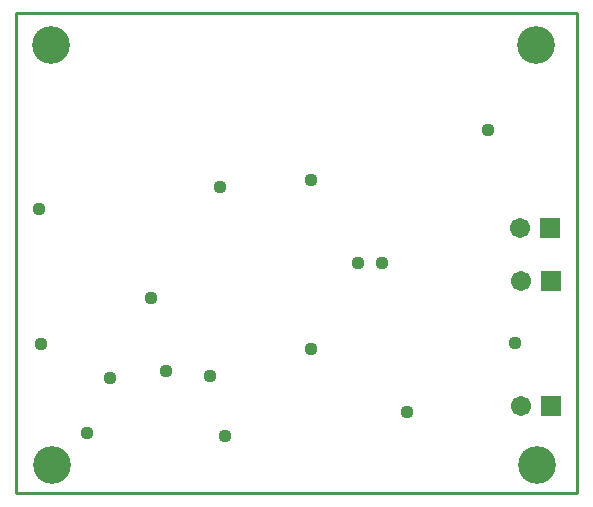
<source format=gbs>
G04 Layer_Color=16711935*
%FSLAX44Y44*%
%MOMM*%
G71*
G01*
G75*
%ADD26C,0.2540*%
%ADD50C,1.7032*%
%ADD51R,1.7032X1.7032*%
%ADD52C,3.2032*%
%ADD53C,1.1176*%
D26*
X600000Y539750D02*
X1075690D01*
Y946150D01*
X600000D02*
X1075690D01*
X600000Y539750D02*
Y946150D01*
D50*
X1027350Y764750D02*
D03*
X1027750Y613710D02*
D03*
X1027600Y720000D02*
D03*
D51*
X1052750Y764750D02*
D03*
X1053150Y613710D02*
D03*
X1053000Y720000D02*
D03*
D52*
X1040230Y919730D02*
D03*
X1041400Y563880D02*
D03*
X631190D02*
D03*
X629920Y919480D02*
D03*
D53*
X1000360Y847160D02*
D03*
X1023220Y666820D02*
D03*
X764750Y639500D02*
D03*
X772750Y799250D02*
D03*
X660500Y591000D02*
D03*
X931250Y609000D02*
D03*
X890270Y734500D02*
D03*
X910000D02*
D03*
X680250Y637750D02*
D03*
X727500Y643500D02*
D03*
X777000Y588500D02*
D03*
X619750Y780750D02*
D03*
X621750Y666000D02*
D03*
X714750Y705250D02*
D03*
X850500Y661670D02*
D03*
Y805250D02*
D03*
M02*

</source>
